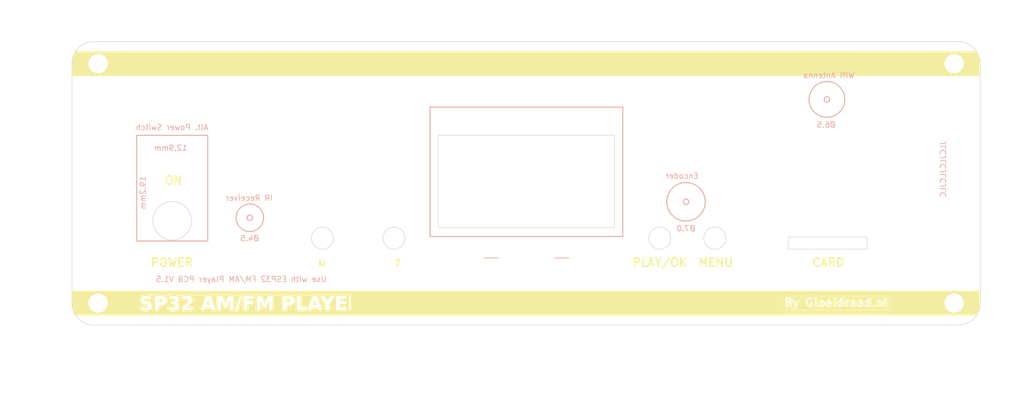
<source format=kicad_pcb>
(kicad_pcb (version 20221018) (generator pcbnew)
  (layers (0 "F.Cu" signal) (31 "B.Cu" power) (34 "B.Paste" user) (35 "F.Paste" user) (36 "B.SilkS" user "B.Silkscreen") (37 "F.SilkS" user "F.Silkscreen") (38 "B.Mask" user) (39 "F.Mask" user) (44 "Edge.Cuts" user))
  (net 0 "")
  (footprint "MountingHole:MountingHole_3.5mm" (layer "F.Cu") (at 230.25 84)
    (fp_text reference "H11" hide)
    (fp_text value "MountingHole")
    (pad "" np_thru_hole circle locked (at 0 0) (size 3.5 3.5) (drill 3.5) (layers "*.Cu" "*.Mask"))
  )
  (footprint "MountingHole:MountingHole_3.5mm" (layer "F.Cu") (at 230.25 127.5)
    (fp_text reference "H12" hide)
    (fp_text value "MountingHole")
    (pad "" np_thru_hole circle locked (at 0 0) (size 3.5 3.5) (drill 3.5) (layers "*.Cu" "*.Mask"))
  )
  (footprint "MountingHole:MountingHole_3.5mm" (layer "F.Cu") (at 74.75 127.5)
    (fp_text reference "H10" hide)
    (fp_text value "MountingHole")
    (pad "" np_thru_hole circle locked (at 0 0) (size 3.5 3.5) (drill 3.5) (layers "*.Cu" "*.Mask"))
  )
  (footprint "MountingHole:MountingHole_3.5mm" (layer "F.Cu") (at 74.75 84)
    (fp_text reference "H9" hide)
    (fp_text value "MountingHole")
    (pad "" np_thru_hole circle locked (at 0 0) (size 3.5 3.5) (drill 3.5) (layers "*.Cu" "*.Mask"))
  )
  (gr_circle (center 207.15 90.5) (end 207.65 90.5) (stroke (width 0.2)) (fill none) (layer "B.SilkS"))
  (gr_rect (start 135.0525 91.9) (end 170.0525 115.4) (stroke (width 0.2)) (fill none) (layer "B.SilkS"))
  (gr_circle (center 181.55 109.1) (end 182.05 109.1) (stroke (width 0.2)) (fill none) (layer "B.SilkS"))
  (gr_line (start 157.6525 119.3) (end 160.2525 119.3) (stroke (width 0.15)) (layer "B.SilkS"))
  (gr_line (start 144.8525 119.3) (end 147.4525 119.3) (stroke (width 0.15)) (layer "B.SilkS"))
  (gr_circle (center 102.31 112) (end 102.81 112) (stroke (width 0.2)) (fill none) (layer "B.SilkS"))
  (gr_circle (center 102.31 112) (end 104.81 112) (stroke (width 0.2)) (fill none) (layer "B.SilkS"))
  (gr_circle (center 181.55 109.1) (end 185.05 109.1) (stroke (width 0.2)) (fill none) (layer "B.SilkS"))
  (gr_circle (center 207.15 90.5) (end 210.4 90.5) (stroke (width 0.2)) (fill none) (layer "B.SilkS"))
  (gr_rect (start 81.76 97.025) (end 94.66 116.225) (stroke (width 0.2)) (fill none) (layer "B.SilkS"))
  (gr_arc (start 70 84) (mid 71.171573 81.171573) (end 74 80) (stroke (width 0.1)) (layer "Edge.Cuts"))
  (gr_circle (center 176.78624 115.7) (end 178.78624 115.7) (stroke (width 0.1)) (fill none) (layer "Edge.Cuts"))
  (gr_rect (start 200.111 115.5) (end 214.411 117.7) (stroke (width 0.1)) (fill none) (layer "Edge.Cuts"))
  (gr_circle (center 128.5 115.7) (end 130.5 115.7) (stroke (width 0.1)) (fill none) (layer "Edge.Cuts"))
  (gr_line (start 235 84) (end 235 127.5) (stroke (width 0.1)) (layer "Edge.Cuts"))
  (gr_arc (start 231 80) (mid 233.828428 81.171572) (end 235 84) (stroke (width 0.1)) (layer "Edge.Cuts"))
  (gr_circle (center 186.78624 115.7) (end 188.78624 115.7) (stroke (width 0.1)) (fill none) (layer "Edge.Cuts"))
  (gr_line (start 231 131.5) (end 74 131.5) (stroke (width 0.1)) (layer "Edge.Cuts"))
  (gr_line (start 74 80) (end 231 80) (stroke (width 0.1)) (layer "Edge.Cuts"))
  (gr_circle (center 88.21 112.55) (end 91.71 112.55) (stroke (width 0.1)) (fill none) (layer "Edge.Cuts"))
  (gr_line (start 70 127.5) (end 70 84) (stroke (width 0.1)) (layer "Edge.Cuts"))
  (gr_arc (start 74 131.5) (mid 71.171572 130.328428) (end 70 127.5) (stroke (width 0.1)) (layer "Edge.Cuts"))
  (gr_circle (center 115.5 115.7) (end 117.5 115.7) (stroke (width 0.1)) (fill none) (layer "Edge.Cuts"))
  (gr_rect (start 136.55 97) (end 168.55 113.8) (stroke (width 0.1)) (fill none) (layer "Edge.Cuts"))
  (gr_arc (start 235 127.5) (mid 233.828428 130.328428) (end 231 131.5) (stroke (width 0.1)) (layer "Edge.Cuts"))
  (gr_text "Alt. Power Switch" (at 94.8525 96.15) (layer "B.SilkS") (effects (font (size 1 1)) (justify left bottom mirror)))
  (gr_text "Wifi Antenna" (at 212.2525 86.7) (layer "B.SilkS") (effects (font (size 1 1)) (justify left bottom mirror)))
  (gr_text "19.2mm" (at 83.4775 104.375 90) (layer "B.SilkS") (effects (font (size 1 1)) (justify left bottom mirror)))
  (gr_text "JLCJLCJLCJLC" (at 228.8525 97.9 90) (layer "B.SilkS") (effects (font (size 1 1)) (justify left bottom mirror)))
  (gr_text "12.9mm" (at 91.0275 99.9) (layer "B.SilkS") (effects (font (size 1 1)) (justify left bottom mirror)))
  (gr_text "Ø7.0" (at 183.3525 114.525) (layer "B.SilkS") (effects (font (size 1 1)) (justify left bottom mirror)))
  (gr_text "Ø6.5" (at 208.8525 95.7) (layer "B.SilkS") (effects (font (size 1 1)) (justify left bottom mirror)))
  (gr_text "IR Receiver" (at 106.5525 108.975) (layer "B.SilkS") (effects (font (size 1 1)) (justify left bottom mirror)))
  (gr_text "Use with ESP32 FM/AM Player PCB V1.5" (at 116.3525 123.75) (layer "B.SilkS") (effects (font (size 1 1)) (justify left bottom mirror)))
  (gr_text "Encoder" (at 183.9025 104.975) (layer "B.SilkS") (effects (font (size 1 1)) (justify left bottom mirror)))
  (gr_text "Ø4.5" (at 104.1025 116.325) (layer "B.SilkS") (effects (font (size 1 1)) (justify left bottom mirror)))
  (gr_text "MENU" (at 183.63874 121) (layer "F.SilkS") (effects (font (size 1.5 1.5) (thickness 0.3) bold) (justify left bottom)))
  (gr_text "By Gloeidraad.nl " (at 199.3525 128.3) (layer "F.SilkS" knockout) (effects (font (size 1.5 1.5) (thickness 0.2)) (justify left bottom)))
  (gr_text "ESP32 AM/FM PLAYER" (at 101.3 127.75) (layer "F.SilkS" knockout) (effects (font (size 2.5 2.5) (thickness 0.5) bold)))
  (gr_text "t" (at 129.7025 121) (layer "F.SilkS") (effects (font (size 1.5 1.5) (thickness 0.3) bold) (justify left bottom mirror)))
  (gr_text "u" (at 116.2025 121) (layer "F.SilkS") (effects (font (size 1.5 1.5) (thickness 0.3) bold) (justify left bottom mirror)))
  (gr_text "PLAY/OK" (at 171.63874 121) (layer "F.SilkS") (effects (font (size 1.5 1.5) (thickness 0.3) bold) (justify left bottom)))
  (gr_text "ON" (at 86.6525 106.1) (layer "F.SilkS") (effects (font (size 1.5 1.5) (thickness 0.3) bold) (justify left bottom)))
  (gr_text "CARD" (at 204.3 121) (layer "F.SilkS") (effects (font (size 1.5 1.5) (thickness 0.3) bold) (justify left bottom)))
  (gr_text "POWER" (at 84.13 121) (layer "F.SilkS") (effects (font (size 1.5 1.5) (thickness 0.3) bold) (justify left bottom)))
  (zone (net 0) (net_name "") (layer "F.SilkS") (connect_pads (clearance 0.2)) (min_thickness 0.25) (fill yes (thermal_gap 0.5) (thermal_bridge_width 0.5))
    (polygon (pts (xy 67.6025 125.25) (xy 237.1025 125.25) (xy 237.1025 129.75) (xy 67.6025 129.75)))
  )
  (zone (net 0) (net_name "") (layer "F.SilkS") (connect_pads (clearance 0.2)) (min_thickness 0.25) (fill yes (thermal_gap 0.5) (thermal_bridge_width 0.5))
    (polygon (pts (xy 67.3525 81.75) (xy 236.8525 81.75) (xy 236.8525 86.25) (xy 67.3525 86.25)))
  )
)
</source>
